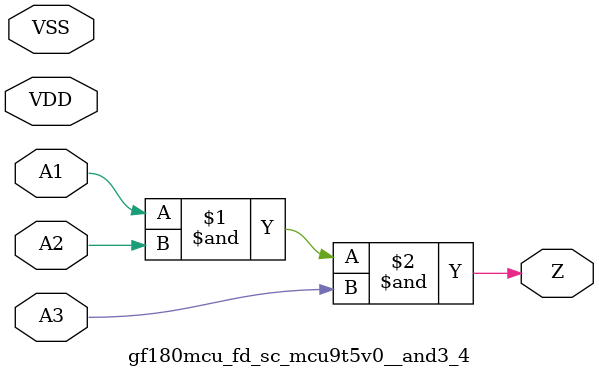
<source format=v>

module gf180mcu_fd_sc_mcu9t5v0__and3_4( A3, A1, A2, Z, VDD, VSS );
input A1, A2, A3;
inout VDD, VSS;
output Z;

	and MGM_BG_0( Z, A1, A2, A3 );

endmodule

</source>
